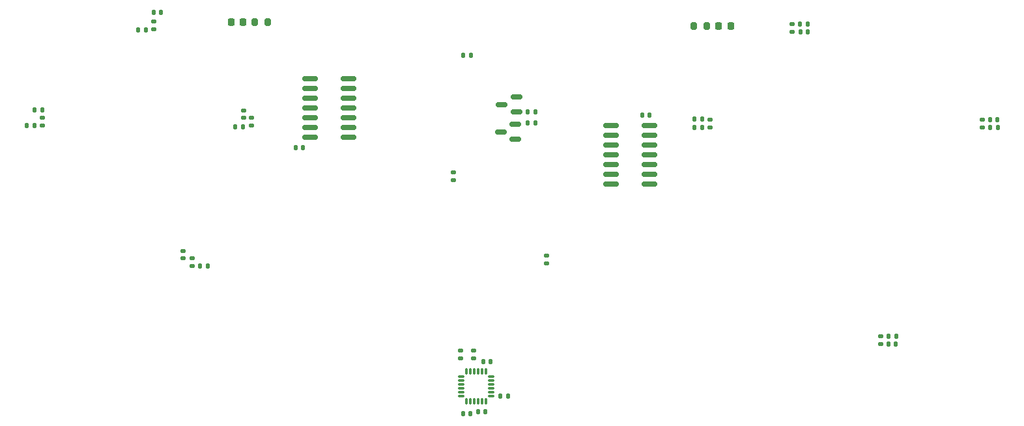
<source format=gbr>
%TF.GenerationSoftware,KiCad,Pcbnew,(5.99.0-12639-gf606679164)*%
%TF.CreationDate,2021-10-07T07:50:59+03:00*%
%TF.ProjectId,mesp240_3Dpad,6d657370-3234-4305-9f33-447061642e6b,rev?*%
%TF.SameCoordinates,Original*%
%TF.FileFunction,Paste,Top*%
%TF.FilePolarity,Positive*%
%FSLAX46Y46*%
G04 Gerber Fmt 4.6, Leading zero omitted, Abs format (unit mm)*
G04 Created by KiCad (PCBNEW (5.99.0-12639-gf606679164)) date 2021-10-07 07:50:59*
%MOMM*%
%LPD*%
G01*
G04 APERTURE LIST*
G04 Aperture macros list*
%AMRoundRect*
0 Rectangle with rounded corners*
0 $1 Rounding radius*
0 $2 $3 $4 $5 $6 $7 $8 $9 X,Y pos of 4 corners*
0 Add a 4 corners polygon primitive as box body*
4,1,4,$2,$3,$4,$5,$6,$7,$8,$9,$2,$3,0*
0 Add four circle primitives for the rounded corners*
1,1,$1+$1,$2,$3*
1,1,$1+$1,$4,$5*
1,1,$1+$1,$6,$7*
1,1,$1+$1,$8,$9*
0 Add four rect primitives between the rounded corners*
20,1,$1+$1,$2,$3,$4,$5,0*
20,1,$1+$1,$4,$5,$6,$7,0*
20,1,$1+$1,$6,$7,$8,$9,0*
20,1,$1+$1,$8,$9,$2,$3,0*%
G04 Aperture macros list end*
%ADD10RoundRect,0.135000X-0.135000X-0.185000X0.135000X-0.185000X0.135000X0.185000X-0.135000X0.185000X0*%
%ADD11RoundRect,0.135000X0.185000X-0.135000X0.185000X0.135000X-0.185000X0.135000X-0.185000X-0.135000X0*%
%ADD12RoundRect,0.135000X-0.185000X0.135000X-0.185000X-0.135000X0.185000X-0.135000X0.185000X0.135000X0*%
%ADD13RoundRect,0.150000X0.587500X0.150000X-0.587500X0.150000X-0.587500X-0.150000X0.587500X-0.150000X0*%
%ADD14RoundRect,0.140000X0.170000X-0.140000X0.170000X0.140000X-0.170000X0.140000X-0.170000X-0.140000X0*%
%ADD15RoundRect,0.135000X0.135000X0.185000X-0.135000X0.185000X-0.135000X-0.185000X0.135000X-0.185000X0*%
%ADD16RoundRect,0.140000X-0.140000X-0.170000X0.140000X-0.170000X0.140000X0.170000X-0.140000X0.170000X0*%
%ADD17RoundRect,0.218750X-0.218750X-0.256250X0.218750X-0.256250X0.218750X0.256250X-0.218750X0.256250X0*%
%ADD18RoundRect,0.140000X0.140000X0.170000X-0.140000X0.170000X-0.140000X-0.170000X0.140000X-0.170000X0*%
%ADD19RoundRect,0.150000X-0.825000X-0.150000X0.825000X-0.150000X0.825000X0.150000X-0.825000X0.150000X0*%
%ADD20RoundRect,0.075000X-0.350000X-0.075000X0.350000X-0.075000X0.350000X0.075000X-0.350000X0.075000X0*%
%ADD21RoundRect,0.075000X0.075000X-0.350000X0.075000X0.350000X-0.075000X0.350000X-0.075000X-0.350000X0*%
%ADD22RoundRect,0.150000X0.825000X0.150000X-0.825000X0.150000X-0.825000X-0.150000X0.825000X-0.150000X0*%
%ADD23RoundRect,0.200000X0.200000X0.275000X-0.200000X0.275000X-0.200000X-0.275000X0.200000X-0.275000X0*%
%ADD24RoundRect,0.218750X0.218750X0.256250X-0.218750X0.256250X-0.218750X-0.256250X0.218750X-0.256250X0*%
%ADD25RoundRect,0.140000X-0.170000X0.140000X-0.170000X-0.140000X0.170000X-0.140000X0.170000X0.140000X0*%
%ADD26RoundRect,0.200000X-0.200000X-0.275000X0.200000X-0.275000X0.200000X0.275000X-0.200000X0.275000X0*%
G04 APERTURE END LIST*
D10*
%TO.C,R21*%
X139290000Y-90390000D03*
X140310000Y-90390000D03*
%TD*%
D11*
%TO.C,R23*%
X138030000Y-106660000D03*
X138030000Y-105640000D03*
%TD*%
D12*
%TO.C,R9*%
X104112000Y-116838000D03*
X104112000Y-117858000D03*
%TD*%
D13*
%TO.C,Q1*%
X146117500Y-101310000D03*
X146117500Y-99410000D03*
X144242500Y-100360000D03*
%TD*%
D14*
%TO.C,C10*%
X110744000Y-98524000D03*
X110744000Y-97564000D03*
%TD*%
D15*
%TO.C,R18*%
X184126000Y-86308000D03*
X183106000Y-86308000D03*
%TD*%
%TO.C,R24*%
X148720000Y-99190000D03*
X147700000Y-99190000D03*
%TD*%
D16*
%TO.C,C2*%
X194592000Y-128006000D03*
X195552000Y-128006000D03*
%TD*%
D17*
%TO.C,D2*%
X172489500Y-86594000D03*
X174064500Y-86594000D03*
%TD*%
D11*
%TO.C,R4*%
X193548000Y-128008000D03*
X193548000Y-126988000D03*
%TD*%
D18*
%TO.C,C14*%
X118470000Y-102420000D03*
X117510000Y-102420000D03*
%TD*%
D19*
%TO.C,U2*%
X158561000Y-99568000D03*
X158561000Y-100838000D03*
X158561000Y-102108000D03*
X158561000Y-103378000D03*
X158561000Y-104648000D03*
X158561000Y-105918000D03*
X158561000Y-107188000D03*
X163511000Y-107188000D03*
X163511000Y-105918000D03*
X163511000Y-104648000D03*
X163511000Y-103378000D03*
X163511000Y-102108000D03*
X163511000Y-100838000D03*
X163511000Y-99568000D03*
%TD*%
D20*
%TO.C,U3*%
X139040000Y-132260000D03*
X139040000Y-132760000D03*
X139040000Y-133260000D03*
X139040000Y-133760000D03*
X139040000Y-134260000D03*
X139040000Y-134760000D03*
D21*
X139740000Y-135460000D03*
X140240000Y-135460000D03*
X140740000Y-135460000D03*
X141240000Y-135460000D03*
X141740000Y-135460000D03*
X142240000Y-135460000D03*
D20*
X142940000Y-134760000D03*
X142940000Y-134260000D03*
X142940000Y-133760000D03*
X142940000Y-133260000D03*
X142940000Y-132760000D03*
X142940000Y-132260000D03*
D21*
X142240000Y-131560000D03*
X141740000Y-131560000D03*
X141240000Y-131560000D03*
X140740000Y-131560000D03*
X140240000Y-131560000D03*
X139740000Y-131560000D03*
%TD*%
D15*
%TO.C,R2*%
X195630000Y-127000000D03*
X194610000Y-127000000D03*
%TD*%
D11*
%TO.C,R20*%
X182090000Y-87326000D03*
X182090000Y-86306000D03*
%TD*%
D18*
%TO.C,C7*%
X84582000Y-97536000D03*
X83622000Y-97536000D03*
%TD*%
D12*
%TO.C,R10*%
X206756000Y-98804000D03*
X206756000Y-99824000D03*
%TD*%
D18*
%TO.C,C8*%
X170344000Y-98658000D03*
X169384000Y-98658000D03*
%TD*%
D12*
%TO.C,R14*%
X171388000Y-98798000D03*
X171388000Y-99818000D03*
%TD*%
D22*
%TO.C,U1*%
X124395000Y-101092000D03*
X124395000Y-99822000D03*
X124395000Y-98552000D03*
X124395000Y-97282000D03*
X124395000Y-96012000D03*
X124395000Y-94742000D03*
X124395000Y-93472000D03*
X119445000Y-93472000D03*
X119445000Y-94742000D03*
X119445000Y-96012000D03*
X119445000Y-97282000D03*
X119445000Y-98552000D03*
X119445000Y-99822000D03*
X119445000Y-101092000D03*
%TD*%
D10*
%TO.C,R11*%
X82546000Y-99568000D03*
X83566000Y-99568000D03*
%TD*%
D23*
%TO.C,R6*%
X170942000Y-86614000D03*
X169292000Y-86614000D03*
%TD*%
D15*
%TO.C,R7*%
X106148000Y-117856000D03*
X105128000Y-117856000D03*
%TD*%
D14*
%TO.C,C3*%
X102870000Y-116812000D03*
X102870000Y-115852000D03*
%TD*%
D24*
%TO.C,D1*%
X110702500Y-86090000D03*
X109127500Y-86090000D03*
%TD*%
D13*
%TO.C,Q2*%
X146207500Y-97760000D03*
X146207500Y-95860000D03*
X144332500Y-96810000D03*
%TD*%
D10*
%TO.C,R1*%
X97026000Y-87122000D03*
X98046000Y-87122000D03*
%TD*%
D12*
%TO.C,R16*%
X140620000Y-128850000D03*
X140620000Y-129870000D03*
%TD*%
%TO.C,R3*%
X99060000Y-86020000D03*
X99060000Y-87040000D03*
%TD*%
D10*
%TO.C,R17*%
X109684000Y-99684000D03*
X110704000Y-99684000D03*
%TD*%
D16*
%TO.C,C12*%
X141260000Y-136780000D03*
X142220000Y-136780000D03*
%TD*%
D10*
%TO.C,R12*%
X169354000Y-99814000D03*
X170374000Y-99814000D03*
%TD*%
D12*
%TO.C,R19*%
X111760000Y-98548000D03*
X111760000Y-99568000D03*
%TD*%
D15*
%TO.C,R22*%
X148730000Y-97790000D03*
X147710000Y-97790000D03*
%TD*%
D12*
%TO.C,R13*%
X84582000Y-98550000D03*
X84582000Y-99570000D03*
%TD*%
D15*
%TO.C,R8*%
X208790000Y-99822000D03*
X207770000Y-99822000D03*
%TD*%
D12*
%TO.C,R15*%
X138970000Y-128830000D03*
X138970000Y-129850000D03*
%TD*%
D16*
%TO.C,C4*%
X207800000Y-98806000D03*
X208760000Y-98806000D03*
%TD*%
%TO.C,C11*%
X183134000Y-87376000D03*
X184094000Y-87376000D03*
%TD*%
%TO.C,C5*%
X144160000Y-134750000D03*
X145120000Y-134750000D03*
%TD*%
D18*
%TO.C,C13*%
X163536000Y-98228000D03*
X162576000Y-98228000D03*
%TD*%
D16*
%TO.C,C1*%
X99088000Y-84836000D03*
X100048000Y-84836000D03*
%TD*%
%TO.C,C9*%
X141930000Y-130310000D03*
X142890000Y-130310000D03*
%TD*%
D25*
%TO.C,C15*%
X150100000Y-116500000D03*
X150100000Y-117460000D03*
%TD*%
D16*
%TO.C,C6*%
X139270000Y-137030000D03*
X140230000Y-137030000D03*
%TD*%
D26*
%TO.C,R5*%
X112250000Y-86100000D03*
X113900000Y-86100000D03*
%TD*%
M02*

</source>
